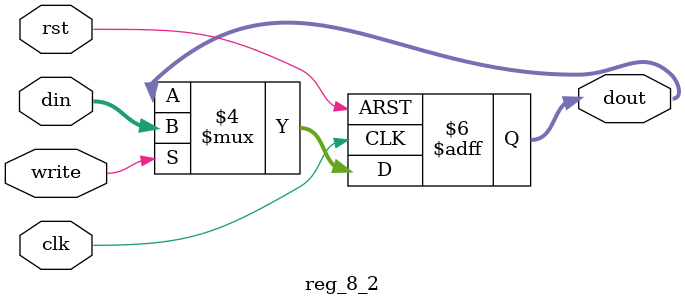
<source format=v>
module reg_8_2(clk,rst,write,din,dout);

output [7:0] dout;
input  clk,rst,write;
input  [7:0] din;

reg [7:0] dout;

always @ (posedge clk or negedge rst)
	begin
		if(!rst)
			dout  <= 8'hf6;
		else 
		  if(write)
					 dout<=din;
		  else 
					 dout<=dout;
	end

endmodule
</source>
